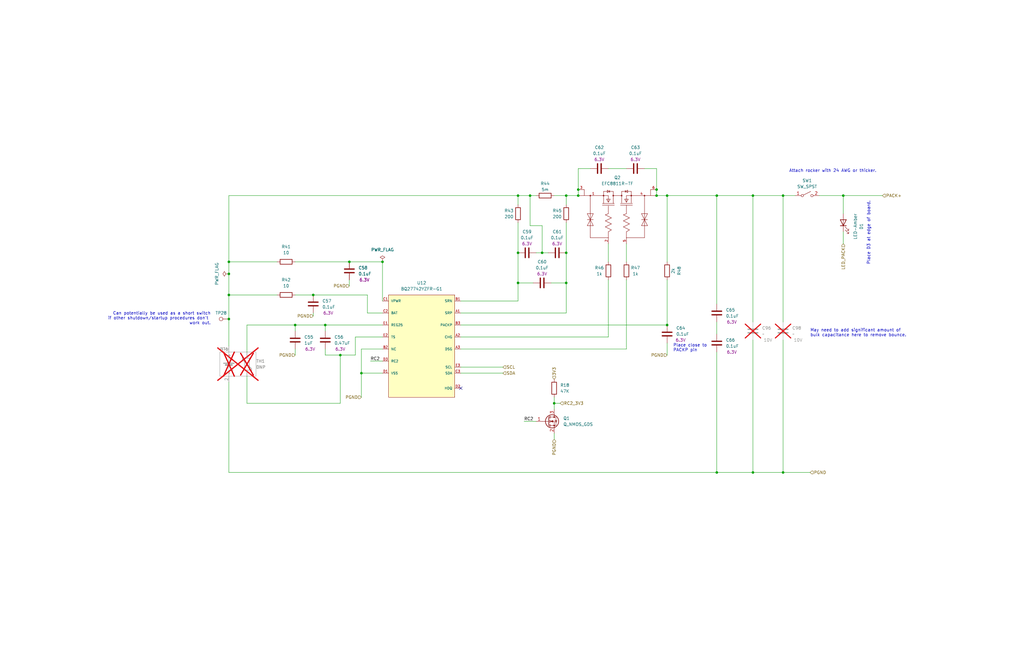
<source format=kicad_sch>
(kicad_sch (version 20230121) (generator eeschema)
  (paper "B")
  (lib_symbols
    (symbol "power:PWR_FLAG" (power) (pin_numbers hide) (pin_names (offset 0) hide)
      (property "Value" "PWR_FLAG" (at 0 3.81 0))
      (symbol "PWR_FLAG_0_0"
        (pin power_out line (at 0 0 90) (length 0) (name "pwr") (number "1"))
      )
      (symbol "PWR_FLAG_0_1"
        (polyline (pts (xy 0 0) (xy 0 1.27) (xy -1.016 1.905) (xy 0 2.54) (xy 1.016 1.905) (xy 0 1.27)))
      )
    )
    (symbol "robot:BQ27742YZFR-G1" (pin_names (offset 1.016))
      (property "Reference" "U" (at 0 5.08 0))
      (property "Value" "BQ27742YZFR-G1" (at 0 7.62 0))
      (symbol "BQ27742YZFR-G1_1_1"
        (rectangle (start 5.08 2.54) (end 33.02 -40.64) (fill (type background)))
        (pin passive line (at 35.56 -5.08 180) (length 2.54) (name "SRP") (number "A1"))
        (pin passive line (at 35.56 -15.24 180) (length 2.54) (name "CHG") (number "A2"))
        (pin passive line (at 35.56 -20.32 180) (length 2.54) (name "DSG") (number "A3"))
        (pin passive line (at 35.56 0 180) (length 2.54) (name "SRN") (number "B1"))
        (pin passive line (at 2.54 -20.32 0) (length 2.54) (name "NC") (number "B2"))
        (pin passive line (at 35.56 -10.16 180) (length 2.54) (name "PACKP") (number "B3"))
        (pin power_in line (at 2.54 0 0) (length 2.54) (name "VPWR") (number "C1"))
        (pin passive line (at 2.54 -5.08 0) (length 2.54) (name "BAT") (number "C2"))
        (pin bidirectional line (at 35.56 -30.48 180) (length 2.54) (name "SDA") (number "C3"))
        (pin power_in line (at 2.54 -30.48 0) (length 2.54) (name "VSS") (number "D1"))
        (pin open_collector line (at 35.56 -36.83 180) (length 2.54) (name "HDQ") (number "D2"))
        (pin bidirectional line (at 2.54 -25.4 0) (length 2.54) (name "RC2") (number "D3"))
        (pin passive line (at 2.54 -10.16 0) (length 2.54) (name "REG25") (number "E1"))
        (pin passive line (at 2.54 -15.24 0) (length 2.54) (name "TS") (number "E2"))
        (pin input line (at 35.56 -27.94 180) (length 2.54) (name "SCL") (number "E3"))
      )
    )
    (symbol "robot:BatteryHolder_26650"
      (property "Reference" "U" (at -7.62 6.35 0))
      (symbol "BatteryHolder_26650_0_1"
        (rectangle (start -7.62 5.08) (end 7.62 -5.08))
      )
      (symbol "BatteryHolder_26650_1_1"
        (pin passive line (at -3.81 7.62 270) (length 2.54) (name "+") (number "1"))
        (pin passive line (at -3.81 -7.62 90) (length 2.54) (name "-") (number "2"))
      )
    )
    (symbol "robot:Battery_Cell_NoContacts" (pin_numbers hide) (pin_names (offset 0) hide)
      (symbol "Battery_Cell_NoContacts_0_1"
        (rectangle (start -2.286 1.778) (end 2.286 1.524) (fill (type outline)))
        (rectangle (start -1.5748 1.1938) (end 1.4732 0.6858) (fill (type outline)))
        (polyline (pts (xy 0 0) (xy 0 -3.81)))
        (polyline (pts (xy 0 0.762) (xy 0 0)))
        (polyline (pts (xy 0 1.778) (xy 0 2.54)))
        (polyline (pts (xy 0 2.54) (xy 0 6.35)))
        (polyline (pts (xy 0.508 3.429) (xy 1.524 3.429)) (stroke (width 0.254)))
        (polyline (pts (xy 0.635 -1.27) (xy 1.905 -1.27)))
        (polyline (pts (xy 1.016 3.937) (xy 1.016 2.921)) (stroke (width 0.254)))
      )
    )
    (symbol "robot:C" (pin_numbers hide) (pin_names (offset 0.254))
      (property "Reference" "C" (at 0.635 2.54 0))
      (property "Value" "C" (at 0.635 -2.54 0))
      (symbol "C_0_1"
        (polyline (pts (xy -2.032 -0.762) (xy 2.032 -0.762)) (stroke (width 0.508)))
        (polyline (pts (xy -2.032 0.762) (xy 2.032 0.762)) (stroke (width 0.508)))
      )
      (symbol "C_1_1"
        (pin passive line (at 0 3.81 270) (length 2.794) (name "~") (number "1"))
        (pin passive line (at 0 -3.81 90) (length 2.794) (name "~") (number "2"))
      )
    )
    (symbol "robot:EFC8811R-TF" (pin_names (offset 1.016))
      (property "Reference" "Q" (at 0 15.24 0))
      (property "Value" "EFC8811R-TF" (at 0 17.78 0))
      (symbol "EFC8811R-TF_1_1"
        (polyline (pts (xy 5.08 -15.24) (xy 22.86 -15.24)))
        (polyline (pts (xy 5.08 -7.62) (xy 5.08 -15.24)))
        (polyline (pts (xy 5.08 0) (xy 5.08 7.62)))
        (polyline (pts (xy 5.08 7.62) (xy 22.86 7.62)))
        (polyline (pts (xy 7.62 -7.62) (xy 5.08 -7.62)))
        (polyline (pts (xy 7.62 -7.62) (xy 8.382 -6.35)))
        (polyline (pts (xy 7.62 0) (xy 5.08 0)))
        (polyline (pts (xy 7.62 0) (xy 8.382 1.27)))
        (polyline (pts (xy 8.382 -6.35) (xy 9.652 -8.89)))
        (polyline (pts (xy 8.382 1.27) (xy 9.652 -1.27)))
        (polyline (pts (xy 9.652 -8.89) (xy 10.922 -6.35)))
        (polyline (pts (xy 9.652 -1.27) (xy 10.922 1.27)))
        (polyline (pts (xy 10.16 -16.51) (xy 12.7 -15.24)))
        (polyline (pts (xy 10.16 -13.97) (xy 10.16 -16.51)))
        (polyline (pts (xy 10.16 6.35) (xy 12.7 7.62)))
        (polyline (pts (xy 10.16 8.89) (xy 10.16 6.35)))
        (polyline (pts (xy 10.16 8.89) (xy 12.7 7.62)))
        (polyline (pts (xy 10.922 -6.35) (xy 12.192 -8.89)))
        (polyline (pts (xy 10.922 1.27) (xy 12.192 -1.27)))
        (polyline (pts (xy 12.192 -8.89) (xy 13.462 -6.35)))
        (polyline (pts (xy 12.192 -1.27) (xy 13.462 1.27)))
        (polyline (pts (xy 12.7 -15.24) (xy 10.16 -13.97)))
        (polyline (pts (xy 12.7 -15.24) (xy 15.24 -13.97)))
        (polyline (pts (xy 12.7 -13.97) (xy 12.7 -16.51)))
        (polyline (pts (xy 12.7 7.62) (xy 15.24 8.89)))
        (polyline (pts (xy 12.7 8.89) (xy 12.7 6.35)))
        (polyline (pts (xy 13.462 -6.35) (xy 14.732 -8.89)))
        (polyline (pts (xy 13.462 1.27) (xy 14.732 -1.27)))
        (polyline (pts (xy 14.732 -8.89) (xy 15.24 -7.62)))
        (polyline (pts (xy 15.24 -16.51) (xy 12.7 -15.24)))
        (polyline (pts (xy 15.24 -13.97) (xy 15.24 -16.51)))
        (polyline (pts (xy 15.24 -7.62) (xy 18.542 -7.62)))
        (polyline (pts (xy 15.24 0) (xy 14.732 -1.27)))
        (polyline (pts (xy 15.24 0) (xy 18.796 0)))
        (polyline (pts (xy 15.24 6.35) (xy 12.7 7.62)))
        (polyline (pts (xy 15.24 8.89) (xy 15.24 6.35)))
        (polyline (pts (xy 18.796 -10.16) (xy 18.796 -5.08)))
        (polyline (pts (xy 18.796 2.54) (xy 18.796 -2.54)))
        (polyline (pts (xy 19.558 -10.16) (xy 19.558 -5.08)))
        (polyline (pts (xy 19.558 -9.652) (xy 22.86 -9.652)))
        (polyline (pts (xy 19.558 -5.588) (xy 22.86 -5.588)))
        (polyline (pts (xy 19.558 2.54) (xy 19.558 -2.54)))
        (polyline (pts (xy 19.812 2.032) (xy 24.638 2.032)))
        (polyline (pts (xy 20.066 -7.62) (xy 21.336 -8.382)))
        (polyline (pts (xy 20.066 -7.62) (xy 21.336 -6.858)))
        (polyline (pts (xy 20.066 0) (xy 21.336 0.762)))
        (polyline (pts (xy 20.066 0) (xy 22.86 0)))
        (polyline (pts (xy 20.32 -7.62) (xy 22.86 -7.62)))
        (polyline (pts (xy 21.336 -6.858) (xy 21.336 -8.382)))
        (polyline (pts (xy 21.336 -0.762) (xy 20.066 0)))
        (polyline (pts (xy 21.336 0.762) (xy 21.336 -0.762)))
        (polyline (pts (xy 22.86 -17.78) (xy 25.4 -17.78)))
        (polyline (pts (xy 22.86 -9.652) (xy 24.638 -9.652)))
        (polyline (pts (xy 22.86 -2.032) (xy 22.86 -5.588)))
        (polyline (pts (xy 22.86 10.16) (xy 25.4 10.16)))
        (polyline (pts (xy 24.13 -8.128) (xy 25.146 -8.128)))
        (polyline (pts (xy 24.13 -0.508) (xy 25.146 -0.508)))
        (polyline (pts (xy 24.13 0.508) (xy 25.146 0.508)))
        (polyline (pts (xy 24.638 -9.652) (xy 24.638 -5.588)))
        (polyline (pts (xy 24.638 -7.112) (xy 24.13 -8.128)))
        (polyline (pts (xy 24.638 -7.112) (xy 24.13 -7.112)))
        (polyline (pts (xy 24.638 -7.112) (xy 25.146 -7.112)))
        (polyline (pts (xy 24.638 -5.588) (xy 22.86 -5.588)))
        (polyline (pts (xy 24.638 -2.032) (xy 19.812 -2.032)))
        (polyline (pts (xy 24.638 -0.508) (xy 24.13 0.508)))
        (polyline (pts (xy 24.638 2.032) (xy 24.638 -2.032)))
        (polyline (pts (xy 25.146 -8.128) (xy 24.638 -7.112)))
        (polyline (pts (xy 25.146 0.508) (xy 24.638 -0.508)))
        (circle (center 22.86 -15.24) (radius 0.254))
        (circle (center 22.86 -9.652) (radius 0.254))
        (circle (center 22.86 -5.588) (radius 0.254))
        (circle (center 22.86 -2.032) (radius 0.254))
        (circle (center 22.86 2.032) (radius 0.254))
        (circle (center 22.86 7.62) (radius 0.254))
        (pin passive line (at 22.86 -20.32 90) (length 12.7) (name "SOURCE1") (number "1"))
        (pin passive line (at 2.54 -7.62 0) (length 2.54) (name "GATE1") (number "2"))
        (pin passive line (at 25.4 -20.32 90) (length 2.54) (name "SOURCE1") (number "3"))
        (pin passive line (at 22.86 12.7 270) (length 12.7) (name "SOURCE2") (number "4"))
        (pin passive line (at 2.54 0 0) (length 2.54) (name "GATE2") (number "5"))
        (pin passive line (at 25.4 12.7 270) (length 2.54) (name "SOURCE2") (number "6"))
      )
    )
    (symbol "robot:LED" (pin_numbers hide) (pin_names (offset 1.016) hide)
      (property "Reference" "D" (at 0 2.54 0))
      (property "Value" "LED" (at 0 -2.54 0))
      (symbol "LED_0_1"
        (polyline (pts (xy -1.27 -1.27) (xy -1.27 1.27)) (stroke (width 0.254)))
        (polyline (pts (xy -1.27 0) (xy 1.27 0)))
        (polyline (pts (xy 1.27 -1.27) (xy 1.27 1.27) (xy -1.27 0) (xy 1.27 -1.27)) (stroke (width 0.254)))
        (polyline (pts (xy -3.048 -0.762) (xy -4.572 -2.286) (xy -3.81 -2.286) (xy -4.572 -2.286) (xy -4.572 -1.524)))
        (polyline (pts (xy -1.778 -0.762) (xy -3.302 -2.286) (xy -2.54 -2.286) (xy -3.302 -2.286) (xy -3.302 -1.524)))
      )
      (symbol "LED_1_1"
        (pin passive line (at -3.81 0 0) (length 2.54) (name "K") (number "1"))
        (pin passive line (at 3.81 0 180) (length 2.54) (name "A") (number "2"))
      )
    )
    (symbol "robot:Q_NMOS_GSD" (pin_names (offset 0) hide)
      (property "Reference" "Q" (at 5.08 1.27 0))
      (property "Value" "Q_NMOS_GSD" (at 5.08 -1.27 0))
      (symbol "Q_NMOS_GSD_0_1"
        (polyline (pts (xy 0.254 0) (xy -2.54 0)))
        (polyline (pts (xy 0.254 1.905) (xy 0.254 -1.905)) (stroke (width 0.254)))
        (polyline (pts (xy 0.762 -1.27) (xy 0.762 -2.286)) (stroke (width 0.254)))
        (polyline (pts (xy 0.762 0.508) (xy 0.762 -0.508)) (stroke (width 0.254)))
        (polyline (pts (xy 0.762 2.286) (xy 0.762 1.27)) (stroke (width 0.254)))
        (polyline (pts (xy 2.54 2.54) (xy 2.54 1.778)))
        (polyline (pts (xy 2.54 -2.54) (xy 2.54 0) (xy 0.762 0)))
        (polyline (pts (xy 0.762 -1.778) (xy 3.302 -1.778) (xy 3.302 1.778) (xy 0.762 1.778)))
        (polyline (pts (xy 1.016 0) (xy 2.032 0.381) (xy 2.032 -0.381) (xy 1.016 0)) (fill (type outline)))
        (polyline (pts (xy 2.794 0.508) (xy 2.921 0.381) (xy 3.683 0.381) (xy 3.81 0.254)))
        (polyline (pts (xy 3.302 0.381) (xy 2.921 -0.254) (xy 3.683 -0.254) (xy 3.302 0.381)))
        (circle (center 1.651 0) (radius 2.794) (stroke (width 0.254)))
        (circle (center 2.54 -1.778) (radius 0.254) (fill (type outline)))
        (circle (center 2.54 1.778) (radius 0.254) (fill (type outline)))
      )
      (symbol "Q_NMOS_GSD_1_1"
        (pin input line (at -5.08 0 0) (length 2.54) (name "G") (number "1"))
        (pin passive line (at 2.54 -5.08 90) (length 2.54) (name "S") (number "2"))
        (pin passive line (at 2.54 5.08 270) (length 2.54) (name "D") (number "3"))
      )
    )
    (symbol "robot:R" (pin_numbers hide) (pin_names (offset 0))
      (property "Reference" "R" (at 2.032 0 90))
      (property "Value" "R" (at 0 0 90))
      (symbol "R_0_1"
        (rectangle (start -1.016 -2.54) (end 1.016 2.54) (stroke (width 0.254)))
      )
      (symbol "R_1_1"
        (pin passive line (at 0 3.81 270) (length 1.27) (name "~") (number "1"))
        (pin passive line (at 0 -3.81 90) (length 1.27) (name "~") (number "2"))
      )
    )
    (symbol "robot:SW_SPST" (pin_names (offset 0) hide)
      (property "Reference" "SW" (at 0 3.175 0))
      (property "Value" "SW_SPST" (at 0 -2.54 0))
      (symbol "SW_SPST_0_0"
        (circle (center -2.032 0) (radius 0.508))
        (polyline (pts (xy -1.524 0.254) (xy 1.524 1.778)))
        (circle (center 2.032 0) (radius 0.508))
      )
      (symbol "SW_SPST_1_1"
        (pin passive line (at -5.08 0 0) (length 2.54) (name "A") (number "1"))
        (pin passive line (at 5.08 0 180) (length 2.54) (name "B") (number "2"))
      )
    )
    (symbol "robot:TestPoint" (pin_numbers hide) (pin_names (offset 0.762) hide)
      (property "Reference" "TP" (at 0 6.858 0))
      (symbol "TestPoint_0_1"
        (circle (center 0 3.302) (radius 0.762))
      )
      (symbol "TestPoint_1_1"
        (pin passive line (at 0 0 90) (length 2.54) (name "1") (number "1"))
      )
    )
    (symbol "robot:Thermistor" (pin_numbers hide) (pin_names (offset 0))
      (property "Reference" "TH" (at 2.54 1.27 90))
      (property "Value" "Thermistor" (at -2.54 0 90))
      (symbol "Thermistor_0_1"
        (rectangle (start -1.016 2.54) (end 1.016 -2.54) (stroke (width 0.2032)))
        (polyline (pts (xy -1.905 3.175) (xy -1.905 1.905) (xy 1.905 -1.905) (xy 1.905 -3.175) (xy 1.905 -3.175)) (stroke (width 0.254)))
      )
      (symbol "Thermistor_1_1"
        (pin passive line (at 0 5.08 270) (length 2.54) (name "~") (number "1"))
        (pin passive line (at 0 -5.08 90) (length 2.54) (name "~") (number "2"))
      )
    )
  )
  (junction (at 218.44 119.38))
  (junction (at 137.16 137.16))
  (junction (at 96.52 110.49))
  (junction (at 243.84 80.01))
  (junction (at 317.5 199.39))
  (junction (at 132.08 124.46))
  (junction (at 233.68 170.18))
  (junction (at 147.32 110.49))
  (junction (at 161.29 110.49))
  (junction (at 302.26 82.55))
  (junction (at 281.305 137.16))
  (junction (at 96.52 134.62))
  (junction (at 330.2 199.39))
  (junction (at 96.52 115.57))
  (junction (at 218.44 82.55))
  (junction (at 223.52 82.55))
  (junction (at 218.44 106.68))
  (junction (at 96.52 124.46))
  (junction (at 276.86 82.55))
  (junction (at 276.86 80.01))
  (junction (at 302.26 199.39))
  (junction (at 238.76 119.38))
  (junction (at 281.305 82.55))
  (junction (at 238.76 106.68))
  (junction (at 238.76 82.55))
  (junction (at 228.6 106.68))
  (junction (at 152.4 157.48))
  (junction (at 124.46 137.16))
  (junction (at 355.6 82.55))
  (junction (at 330.2 82.55))
  (junction (at 243.84 82.55))
  (junction (at 143.51 149.86))
  (junction (at 317.5 82.55))
  (no_connect (at 194.31 163.83))
  (wire (pts (xy 152.4 147.32) (xy 161.29 147.32)))
  (wire (pts (xy 302.26 148.59) (xy 302.26 199.39)))
  (wire (pts (xy 302.26 199.39) (xy 317.5 199.39)))
  (wire (pts (xy 218.44 93.98) (xy 218.44 106.68)))
  (wire (pts (xy 124.46 137.16) (xy 124.46 139.7)))
  (wire (pts (xy 302.26 135.89) (xy 302.26 140.97)))
  (wire (pts (xy 132.08 133.35) (xy 132.08 132.08)))
  (wire (pts (xy 243.84 82.55) (xy 243.84 80.01)))
  (wire (pts (xy 281.305 118.11) (xy 281.305 137.16)))
  (wire (pts (xy 276.86 82.55) (xy 281.305 82.55)))
  (wire (pts (xy 124.46 124.46) (xy 132.08 124.46)))
  (wire (pts (xy 96.52 161.29) (xy 96.52 199.39)))
  (wire (pts (xy 218.44 82.55) (xy 223.52 82.55)))
  (wire (pts (xy 194.31 142.24) (xy 256.54 142.24)))
  (wire (pts (xy 149.86 142.24) (xy 161.29 142.24)))
  (wire (pts (xy 124.46 149.86) (xy 124.46 147.32)))
  (wire (pts (xy 218.44 106.68) (xy 218.44 119.38)))
  (wire (pts (xy 218.44 86.36) (xy 218.44 82.55)))
  (wire (pts (xy 104.14 170.18) (xy 143.51 170.18)))
  (wire (pts (xy 96.52 134.62) (xy 96.52 146.05)))
  (wire (pts (xy 233.68 170.18) (xy 236.22 170.18)))
  (wire (pts (xy 281.305 82.55) (xy 281.305 110.49)))
  (wire (pts (xy 104.14 148.59) (xy 104.14 137.16)))
  (wire (pts (xy 143.51 170.18) (xy 143.51 149.86)))
  (wire (pts (xy 223.52 95.25) (xy 228.6 95.25)))
  (wire (pts (xy 330.2 199.39) (xy 341.63 199.39)))
  (wire (pts (xy 256.54 71.12) (xy 264.16 71.12)))
  (wire (pts (xy 137.16 147.32) (xy 137.16 149.86)))
  (wire (pts (xy 152.4 157.48) (xy 152.4 167.64)))
  (wire (pts (xy 330.2 143.51) (xy 330.2 199.39)))
  (wire (pts (xy 218.44 82.55) (xy 96.52 82.55)))
  (wire (pts (xy 238.76 82.55) (xy 243.84 82.55)))
  (wire (pts (xy 228.6 106.68) (xy 231.14 106.68)))
  (wire (pts (xy 137.16 137.16) (xy 161.29 137.16)))
  (wire (pts (xy 96.52 124.46) (xy 116.84 124.46)))
  (wire (pts (xy 238.76 132.08) (xy 194.31 132.08)))
  (wire (pts (xy 218.44 127) (xy 194.31 127)))
  (wire (pts (xy 194.31 137.16) (xy 281.305 137.16)))
  (wire (pts (xy 317.5 82.55) (xy 330.2 82.55)))
  (wire (pts (xy 143.51 149.86) (xy 149.86 149.86)))
  (wire (pts (xy 302.26 82.55) (xy 317.5 82.55)))
  (wire (pts (xy 243.84 71.12) (xy 248.92 71.12)))
  (wire (pts (xy 238.76 106.68) (xy 238.76 119.38)))
  (wire (pts (xy 194.31 154.94) (xy 212.09 154.94)))
  (wire (pts (xy 152.4 157.48) (xy 161.29 157.48)))
  (wire (pts (xy 96.52 124.46) (xy 96.52 134.62)))
  (wire (pts (xy 233.68 167.64) (xy 233.68 170.18)))
  (wire (pts (xy 264.16 102.87) (xy 264.16 110.49)))
  (wire (pts (xy 317.5 143.51) (xy 317.5 199.39)))
  (wire (pts (xy 281.305 144.78) (xy 281.305 149.86)))
  (wire (pts (xy 161.29 127) (xy 161.29 110.49)))
  (wire (pts (xy 147.32 110.49) (xy 124.46 110.49)))
  (wire (pts (xy 147.32 120.65) (xy 147.32 118.11)))
  (wire (pts (xy 355.6 82.55) (xy 372.11 82.55)))
  (wire (pts (xy 96.52 82.55) (xy 96.52 110.49)))
  (wire (pts (xy 124.46 137.16) (xy 137.16 137.16)))
  (wire (pts (xy 317.5 199.39) (xy 330.2 199.39)))
  (wire (pts (xy 276.86 80.01) (xy 276.86 82.55)))
  (wire (pts (xy 161.29 132.08) (xy 154.94 132.08)))
  (wire (pts (xy 238.76 93.98) (xy 238.76 106.68)))
  (wire (pts (xy 302.26 82.55) (xy 302.26 128.27)))
  (wire (pts (xy 238.76 82.55) (xy 238.76 86.36)))
  (wire (pts (xy 154.94 132.08) (xy 154.94 124.46)))
  (wire (pts (xy 330.2 82.55) (xy 335.28 82.55)))
  (wire (pts (xy 232.41 119.38) (xy 238.76 119.38)))
  (wire (pts (xy 256.54 102.87) (xy 256.54 110.49)))
  (wire (pts (xy 228.6 95.25) (xy 228.6 106.68)))
  (wire (pts (xy 264.16 118.11) (xy 264.16 147.32)))
  (wire (pts (xy 137.16 139.7) (xy 137.16 137.16)))
  (wire (pts (xy 96.52 110.49) (xy 96.52 115.57)))
  (wire (pts (xy 271.78 71.12) (xy 276.86 71.12)))
  (wire (pts (xy 149.86 149.86) (xy 149.86 142.24)))
  (wire (pts (xy 233.68 185.42) (xy 233.68 182.88)))
  (wire (pts (xy 104.14 137.16) (xy 124.46 137.16)))
  (wire (pts (xy 317.5 82.55) (xy 317.5 135.89)))
  (wire (pts (xy 264.16 147.32) (xy 194.31 147.32)))
  (wire (pts (xy 104.14 158.75) (xy 104.14 170.18)))
  (wire (pts (xy 281.305 82.55) (xy 302.26 82.55)))
  (wire (pts (xy 96.52 115.57) (xy 96.52 124.46)))
  (wire (pts (xy 152.4 147.32) (xy 152.4 157.48)))
  (wire (pts (xy 233.68 82.55) (xy 238.76 82.55)))
  (wire (pts (xy 238.76 119.38) (xy 238.76 132.08)))
  (wire (pts (xy 220.98 177.8) (xy 226.06 177.8)))
  (wire (pts (xy 355.6 97.79) (xy 355.6 102.87)))
  (wire (pts (xy 218.44 119.38) (xy 224.79 119.38)))
  (wire (pts (xy 330.2 82.55) (xy 330.2 135.89)))
  (wire (pts (xy 194.31 157.48) (xy 212.09 157.48)))
  (wire (pts (xy 96.52 199.39) (xy 302.26 199.39)))
  (wire (pts (xy 154.94 124.46) (xy 132.08 124.46)))
  (wire (pts (xy 223.52 82.55) (xy 226.06 82.55)))
  (wire (pts (xy 226.06 106.68) (xy 228.6 106.68)))
  (wire (pts (xy 276.86 71.12) (xy 276.86 80.01)))
  (wire (pts (xy 218.44 119.38) (xy 218.44 127)))
  (wire (pts (xy 355.6 90.17) (xy 355.6 82.55)))
  (wire (pts (xy 243.84 80.01) (xy 243.84 71.12)))
  (wire (pts (xy 345.44 82.55) (xy 355.6 82.55)))
  (wire (pts (xy 256.54 142.24) (xy 256.54 118.11)))
  (wire (pts (xy 116.84 110.49) (xy 96.52 110.49)))
  (wire (pts (xy 161.29 110.49) (xy 147.32 110.49)))
  (wire (pts (xy 137.16 149.86) (xy 143.51 149.86)))
  (wire (pts (xy 223.52 82.55) (xy 223.52 95.25)))
  (wire (pts (xy 156.21 152.4) (xy 161.29 152.4)))
  (wire (pts (xy 233.68 170.18) (xy 233.68 172.72)))
  (text "Can potentially be used as a short switch\nif other shutdown/startup procedures don't \nwork out." (at 88.9 137.16 0) (effects (font (size 1.27 1.27)) (justify right bottom)))
  (text "Attach rocker with 24 AWG or thicker.\n " (at 332.74 74.93 0) (effects (font (size 1.27 1.27)) (justify left bottom)))
  (text "May need to add significant amount of \nbulk capacitance here to remove bounce." (at 341.63 142.24 0) (effects (font (size 1.27 1.27)) (justify left bottom)))
  (text "Place D3 at edge of board. \n" (at 367.03 111.76 90) (effects (font (size 1.27 1.27)) (justify left bottom)))
  (text "Place close to \nPACKP pin" (at 283.845 148.59 0) (effects (font (size 1.27 1.27)) (justify left bottom)))
  (label "RC2" (at 156.21 152.4 0))
  (label "RC2" (at 220.98 177.8 0))
  (hierarchical_label "SCL" (shape input) (at 212.09 154.94 0))
  (hierarchical_label "LED_PACK" (shape input) (at 355.6 102.87 270))
  (hierarchical_label "PGND" (shape input) (at 132.08 133.35 180))
  (hierarchical_label "SDA" (shape input) (at 212.09 157.48 0))
  (hierarchical_label "PGND" (shape input) (at 341.63 199.39 0))
  (hierarchical_label "PGND" (shape input) (at 233.68 185.42 270))
  (hierarchical_label "RC2_3V3" (shape input) (at 236.22 170.18 0))
  (hierarchical_label "3V3" (shape input) (at 233.68 160.02 90))
  (hierarchical_label "PGND" (shape input) (at 147.32 120.65 180))
  (hierarchical_label "PACK+" (shape input) (at 372.11 82.55 0))
  (hierarchical_label "PGND" (shape input) (at 281.305 149.86 180))
  (hierarchical_label "PGND" (shape input) (at 124.46 149.86 180))
  (hierarchical_label "PGND" (shape input) (at 152.4 167.64 180))
  (symbol (lib_id "robot:C") (at 281.305 140.97 0) (unit 1)
    (property "Reference" "C64" (at 285.115 138.43 0) (effects (justify left)))
    (property "Value" "0.1uF" (at 285.115 140.97 0) (effects (justify left)))
    (property "Footprint" "robot:C_0402_1005Metric" (effects hide))
    (property "Description" "6.3V" (at 287.02 143.5101 0))
    (property "Manufacturer" "Samsung" (effects hide))
    (property "Part Number" "CL05A104KA5NNNC" (effects hide))
  )
  (symbol (lib_id "robot:Battery_Cell_NoContacts") (at 96.52 154.94 0) (unit 1) (dnp yes)
    (property "Reference" "BT2" (effects hide))
    (property "Value" "DNP" (effects hide))
    (property "Footprint" "robot:battery26650" (effects hide))
    (property "Manufacturer" "Suprise Collection" (effects hide))
    (property "Website" "https://item.rakuten.co.jp/surprise-collection/26650s/" (effects hide))
    (property "Price" "1380" (effects hide))
    (property "Part Number" "26650-5000-1" (effects hide))
    (property "Description" "Battery_Cell_NoContacts" (effects hide))
  )
  (symbol (lib_id "robot:C") (at 267.97 71.12 90) (unit 1)
    (property "Reference" "C63" (at 267.97 62.23 90))
    (property "Value" "0.1uF" (at 267.97 64.77 90))
    (property "Footprint" "robot:C_0402_1005Metric" (effects hide))
    (property "Description" "6.3V" (at 267.97 67.31 90))
    (property "Manufacturer" "Samsung" (effects hide))
    (property "Part Number" "CL05A104KA5NNNC" (effects hide))
  )
  (symbol (lib_id "robot:EFC8811R-TF") (at 264.16 105.41 270) (mirror x) (unit 1)
    (property "Reference" "Q2" (at 260.35 74.93 90))
    (property "Value" "EFC8811R-TF" (at 260.35 77.47 90))
    (property "Footprint" "robot:ON_Semiconductor-568AL-10_2013-O-MFG" (effects hide))
    (property "Datasheet" "https://www.onsemi.com/pub/Collateral/EFC8811R-D.PDF" (effects hide))
    (property "automotive" "No" (effects hide))
    (property "category" "Trans" (effects hide))
    (property "depletion mode" "False" (effects hide))
    (property "device class L1" "Discrete Semiconductors" (effects hide))
    (property "device class L2" "Transistors" (effects hide))
    (property "device class L3" "MOSFETs" (effects hide))
    (property "digikey description" "MOSFET 2N-CH 6CSP" (effects hide))
    (property "digikey part number" "EFC8811R-TFOSCT-ND" (effects hide))
    (property "footprint url" "https://www.onsemi.com/pub/Collateral/568AL.PDF" (effects hide))
    (property "gate charge at vgs" "100nC @ 4.5V" (effects hide))
    (property "gate to source voltage" "8V" (effects hide))
    (property "height" "0.22mm" (effects hide))
    (property "lead free" "Yes" (effects hide))
    (property "library id" "77a40d9bb4a63548" (effects hide))
    (property "max junction temp" "+150°C" (effects hide))
    (property "mouser description" "MOSFET NCH+NCH 2.5V DRIVE S" (effects hide))
    (property "mouser part number" "863-EFC8811R-TF" (effects hide))
    (property "number of N channels" "2" (effects hide))
    (property "number of channels" "2" (effects hide))
    (property "package" "CSP6" (effects hide))
    (property "power dissipation" "2.5W" (effects hide))
    (property "rohs" "Yes" (effects hide))
    (property "rthja max" "50°C/W" (effects hide))
    (property "temperature range high" "+150°C" (effects hide))
    (property "threshold vgs max" "1.3V" (effects hide))
    (property "threshold vgs min" "0.5V" (effects hide))
    (property "transconductance" "19S" (effects hide))
    (property "turn off delay time" "38000ns" (effects hide))
    (property "turn on delay time" "80ns" (effects hide))
    (property "Part Number" "EFC8811R-TF" (effects hide))
    (property "Stock" "25" (effects hide))
    (property "Manufacturer" "ON Semiconductor" (effects hide))
  )
  (symbol (lib_id "robot:Q_NMOS_GSD") (at 231.14 177.8 0) (unit 1)
    (property "Reference" "Q1" (at 237.49 176.5299 0) (effects (justify left)))
    (property "Value" "Q_NMOS_GDS" (at 237.49 179.0699 0) (effects (justify left)))
    (property "Footprint" "robot:SOT-23" (effects hide))
    (property "Description" "Flag at ~ 1.8V so ensure to choose V_GS < 1.8V. " (effects hide))
    (property "Part Number" "BSS138" (effects hide))
    (property "Manufacturer" "ANBON SEMICONDUCTOR (INT'L) LIMITED" (effects hide))
    (instances (project "robot" (path "" (reference "Q1") (unit 1)) (path "" (reference "Q7") (unit 1))))
  )
  (symbol (lib_id "robot:C") (at 302.26 132.08 0) (unit 1)
    (property "Reference" "C65" (at 306.07 130.8099 0) (effects (justify left)))
    (property "Value" "0.1uF" (at 306.07 133.3499 0) (effects (justify left)))
    (property "Footprint" "robot:C_0402_1005Metric" (effects hide))
    (property "Description" "6.3V" (at 308.61 135.89 0))
    (property "Manufacturer" "Samsung" (effects hide))
    (property "Part Number" "CL05A104KA5NNNC" (effects hide))
  )
  (symbol (lib_id "robot:C") (at 222.25 106.68 90) (unit 1)
    (property "Reference" "C59" (at 222.25 97.79 90))
    (property "Value" "0.1uF" (at 222.25 100.33 90))
    (property "Footprint" "robot:C_0402_1005Metric" (effects hide))
    (property "Description" "6.3V" (at 222.25 102.87 90))
    (property "Manufacturer" "Samsung" (effects hide))
    (property "Part Number" "CL05A104KA5NNNC" (effects hide))
  )
  (symbol (lib_id "robot:C") (at 124.46 143.51 0) (unit 1)
    (property "Reference" "C55" (at 128.27 142.2399 0) (effects (justify left)))
    (property "Value" "1uF" (at 128.27 144.7799 0) (effects (justify left)))
    (property "Footprint" "robot:C_0402_1005Metric" (effects hide))
    (property "Description" "6.3V" (at 130.81 147.32 0))
    (property "Manufacturer" "Murata" (effects hide))
    (property "Part Number" "GRM155R61E105KA12D" (effects hide))
  )
  (symbol (lib_id "robot:R") (at 229.87 82.55 270) (unit 1)
    (property "Reference" "R44" (at 229.87 77.47 90))
    (property "Value" "5m" (at 229.87 80.01 90))
    (property "Footprint" "robot:R_0805_2012Metric" (effects hide))
    (property "Description" "1/2W" (effects hide))
    (property "Manufacturer" "Yageo" (effects hide))
    (property "Part Number" "PA0805FRF470R005L" (effects hide))
  )
  (symbol (lib_id "robot:BQ27742YZFR-G1") (at 158.75 127 0) (unit 1)
    (property "Reference" "U12" (at 177.8 119.38 0))
    (property "Value" "BQ27742YZFR-G1" (at 177.8 121.92 0))
    (property "Footprint" "robot:Texas_Instruments-YZF0015-0-0-MFG" (effects hide))
    (property "Datasheet" "https://www.ti.com/lit/ds/symlink/bq27742-g1.pdf?ts=1611584050250&ref_url=https%253A%252F%252Fwww.google.com%252F" (effects hide))
    (property "ambient temperature range high" "+85°C" (effects hide))
    (property "ambient temperature range low" "-40°C" (effects hide))
    (property "automotive" "No" (effects hide))
    (property "category" "IC" (effects hide))
    (property "category 56439b4967f48d84" "Power Management" (effects hide))
    (property "category 64d9a9d3556bbf1e" "Battery Management" (effects hide))
    (property "category 9e07530daf1645c0" "Semiconductors and Actives" (effects hide))
    (property "device class L1" "Integrated Circuits (ICs)" (effects hide))
    (property "device class L2" "Power Management ICs" (effects hide))
    (property "device class L3" "Battery Management" (effects hide))
    (property "digikey description" "IC BATT FUEL GAUGE LI-ION 15-DSB" (effects hide))
    (property "digikey part number" "296-37912-1-ND" (effects hide))
    (property "height" "0.625mm" (effects hide))
    (property "ipc land pattern name" "BGA15N50P3X5_277X195X62" (effects hide))
    (property "lead free" "Yes" (effects hide))
    (property "library id" "b3c4b7c8ba437301" (effects hide))
    (property "max supply voltage" "5V" (effects hide))
    (property "min supply voltage" "2.45V" (effects hide))
    (property "mouser description" "Battery Management SGL Cell Li-Ion Battery Fuel Gauge" (effects hide))
    (property "mouser part number" "595-BQ27742YZFR-G1" (effects hide))
    (property "nominal supply current" "167uA" (effects hide))
    (property "num pins" "2" (effects hide))
    (property "number of cells" "1" (effects hide))
    (property "number of outputs" "1" (effects hide))
    (property "octopart part number" "7e8bb59296b2a14c" (effects hide))
    (property "package" "DSBGA15" (effects hide))
    (property "rohs" "Yes" (effects hide))
    (property "standoff height" "0.15mm" (effects hide))
    (property "temperature range high" "+85°C" (effects hide))
    (property "temperature range low" "-40°C" (effects hide))
    (property "Part Number" "BQ27742YZFR-G1" (effects hide))
    (property "Stock" "25" (effects hide))
    (property "Manufacturer" "Texas Instruments" (effects hide))
  )
  (symbol (lib_id "robot:C") (at 234.95 106.68 90) (unit 1)
    (property "Reference" "C61" (at 234.95 97.79 90))
    (property "Value" "0.1uF" (at 234.95 100.33 90))
    (property "Footprint" "robot:C_0402_1005Metric" (effects hide))
    (property "Description" "6.3V" (at 234.95 102.87 90))
    (property "Manufacturer" "Samsung" (effects hide))
    (property "Part Number" "CL05A104KA5NNNC" (effects hide))
  )
  (symbol (lib_id "robot:C") (at 252.73 71.12 90) (unit 1)
    (property "Reference" "C62" (at 252.73 62.23 90))
    (property "Value" "0.1uF" (at 252.73 64.77 90))
    (property "Footprint" "robot:C_0402_1005Metric" (effects hide))
    (property "Description" "6.3V" (at 252.73 67.31 90))
    (property "Manufacturer" "Samsung" (effects hide))
    (property "Part Number" "CL05A104KA5NNNC" (effects hide))
  )
  (symbol (lib_id "robot:Thermistor") (at 104.14 153.67 0) (unit 1) (dnp yes)
    (property "Reference" "TH1" (at 107.95 152.3999 0) (effects (justify left)))
    (property "Value" "DNP" (at 107.95 154.9399 0) (effects (justify left)))
    (property "Footprint" "robot:battery26650_thermistor" (effects hide))
    (property "Manufacturer" "Semitec" (effects hide))
    (property "Part Number" "103AT-5-1P-FT" (effects hide))
    (property "Description" "Thermistor" (effects hide))
  )
  (symbol (lib_id "robot:C") (at 147.32 114.3 0) (unit 1)
    (property "Reference" "C58" (at 151.13 113.0299 0) (effects (justify left)))
    (property "Value" "0.1uF" (at 151.13 115.5699 0) (effects (justify left)))
    (property "Footprint" "robot:C_0402_1005Metric" (effects hide))
    (property "Description" "6.3V" (at 153.67 118.11 0))
    (property "Manufacturer" "Samsung" (effects hide))
    (property "Part Number" "CL05A104KA5NNNC" (effects hide))
  )
  (symbol (lib_id "robot:C") (at 302.26 144.78 0) (unit 1)
    (property "Reference" "C66" (at 306.07 143.5099 0) (effects (justify left)))
    (property "Value" "0.1uF" (at 306.07 146.0499 0) (effects (justify left)))
    (property "Footprint" "robot:C_0402_1005Metric" (effects hide))
    (property "Description" "6.3V" (at 308.61 148.59 0))
    (property "Manufacturer" "Samsung" (effects hide))
    (property "Part Number" "CL05A104KA5NNNC" (effects hide))
  )
  (symbol (lib_id "robot:BatteryHolder_26650") (at 100.33 153.67 0) (unit 1) (dnp yes)
    (property "Reference" "BT1" (at 92.71 147.32 0) (effects (justify left)))
    (property "Value" "DNP" (effects hide))
    (property "Footprint" "robot:battery26650_holderOnly" (effects hide))
    (property "Manufacturer" "Uxcell" (effects hide))
    (property "Website" "https://item.rakuten.co.jp/sotenco/a15042300ux0145/" (effects hide))
    (property "Price" "266.67" (effects hide))
    (property "Part Number" "a15042300ux0145" (effects hide))
    (property "Description" "BatteryHolder_26650" (effects hide))
  )
  (symbol (lib_id "robot:TestPoint") (at 96.52 134.62 90) (unit 1)
    (property "Reference" "TP28" (at 93.218 132.08 90))
    (property "Value" "TestPoint" (effects hide))
    (property "Footprint" "robot:THT_JumperLead" (effects hide))
    (property "Notes" "This is for attaching a wire to a shorting button for reseting the protection circuit. Place close to R11 battery terminals. " (effects hide))
  )
  (symbol (lib_id "robot:C") (at 132.08 128.27 0) (unit 1)
    (property "Reference" "C57" (at 135.89 126.9999 0) (effects (justify left)))
    (property "Value" "0.1uF" (at 135.89 129.5399 0) (effects (justify left)))
    (property "Footprint" "robot:C_0402_1005Metric" (effects hide))
    (property "Description" "6.3V" (at 138.43 132.08 0))
    (property "Manufacturer" "Samsung" (effects hide))
    (property "Part Number" "CL05A104KA5NNNC" (effects hide))
  )
  (symbol (lib_id "robot:C") (at 317.5 139.7 0) (unit 1) (dnp yes)
    (property "Reference" "C96" (at 321.31 138.4299 0) (effects (justify left)))
    (property "Value" "~" (at 321.31 140.9699 0) (effects (justify left)))
    (property "Footprint" "robot:C_0805_2012Metric" (effects hide))
    (property "Description" "10V" (at 323.85 143.51 0))
  )
  (symbol (lib_id "robot:SW_SPST") (at 340.36 82.55 0) (unit 1)
    (property "Reference" "SW1" (at 340.36 76.2 0))
    (property "Value" "SW_SPST" (at 340.36 78.74 0))
    (property "Footprint" "robot:TE_1-1123723-2" (effects hide))
    (property "Datasheet" "https://www.te.com/commerce/DocumentDelivery/DDEController?Action=srchrtrv&DocNm=411-5899&DocType=SS&DocLang=Japanese" (effects hide))
    (property "Manufacturer" "TE Connectivity AMP Connectors" (effects hide))
    (property "Part Number" "1-1123723-2" (effects hide))
  )
  (symbol (lib_id "robot:R") (at 120.65 110.49 90) (unit 1)
    (property "Reference" "R41" (at 120.65 104.14 90))
    (property "Value" "10" (at 120.65 106.68 90))
    (property "Footprint" "robot:R_0402_1005Metric" (effects hide))
    (property "Description" "Max Current 167 uA.  1/16W ok" (effects hide))
    (property "Manufacturer" "Yageo" (effects hide))
    (property "Part Number" "RC0402FR-1310RL" (effects hide))
  )
  (symbol (lib_id "robot:C") (at 228.6 119.38 90) (unit 1)
    (property "Reference" "C60" (at 228.6 110.49 90))
    (property "Value" "0.1uF" (at 228.6 113.03 90))
    (property "Footprint" "robot:C_0402_1005Metric" (effects hide))
    (property "Description" "6.3V" (at 228.6 115.57 90))
    (property "Manufacturer" "Samsung" (effects hide))
    (property "Part Number" "CL05A104KA5NNNC" (effects hide))
  )
  (symbol (lib_id "robot:LED") (at 355.6 93.98 90) (unit 1)
    (property "Reference" "D1" (at 363.22 95.5675 0))
    (property "Value" "LED-Amber" (at 360.68 95.5675 0))
    (property "Footprint" "robot:B12H1UYG-20D000134U1930" (effects hide))
    (property "Datasheet" "https://media.digikey.com/pdf/Data%20Sheets/Harvatek%20PDFs/B12H1UY--20D000134U1930.pdf" (effects hide))
    (property "Part Number" "B12H1UY--20D000134U1930" (effects hide))
    (property "Description" "LED for mounting through body to indicate POWER ON. Place near edge of board." (effects hide))
    (property "Manufacturer" "Harvatek Corporation" (effects hide))
    (instances (project "robot" (path "" (reference "D1") (unit 1)) (path "" (reference "D3") (unit 1)) (path "" (reference "D3") (unit 1))))
  )
  (symbol (lib_id "power:PWR_FLAG") (at 96.52 115.57 90) (unit 1)
    (property "Reference" "#FLG013" (effects hide))
    (property "Value" "PWR_FLAG" (at 91.44 115.57 0))
    (instances (project "robot" (path "" (reference "#FLG013") (unit 1)) (path "" (reference "#FLG04") (unit 1)) (path "" (reference "#FLG013") (unit 1))))
  )
  (symbol (lib_id "robot:R") (at 264.16 114.3 0) (unit 1)
    (property "Reference" "R47" (at 267.97 113.03 0))
    (property "Value" "1k" (at 267.97 115.57 0))
    (property "Footprint" "robot:R_0402_1005Metric" (effects hide))
    (property "Manufacturer" "Walsin Technologies" (effects hide))
    (property "Part Number" "WR04X102 JTL" (effects hide))
  )
  (symbol (lib_id "robot:R") (at 218.44 90.17 180) (unit 1)
    (property "Reference" "R43" (at 214.63 88.9 0))
    (property "Value" "200" (at 214.63 91.44 0))
    (property "Footprint" "robot:R_0603_1608Metric" (effects hide))
    (property "Datasheet" "https://industrial.panasonic.com/cdbs/www-data/pdf/RDO0000/AOA0000C331.pdf" (effects hide))
    (property "Manufacturer" "Panasonic Electronic Components" (effects hide))
    (property "Part Number" "ERJ-PA3F2000V" (effects hide))
  )
  (symbol (lib_id "robot:C") (at 330.2 139.7 0) (unit 1) (dnp yes)
    (property "Reference" "C98" (at 334.01 138.4299 0) (effects (justify left)))
    (property "Value" "~" (at 334.01 140.9699 0) (effects (justify left)))
    (property "Footprint" "robot:C_0805_2012Metric" (effects hide))
    (property "Description" "10V" (at 336.55 143.51 0))
  )
  (symbol (lib_id "robot:R") (at 233.68 163.83 0) (unit 1)
    (property "Reference" "R18" (at 236.22 162.5599 0) (effects (justify left)))
    (property "Value" "47K" (at 236.22 165.0999 0) (effects (justify left)))
    (property "Footprint" "robot:R_0603_1608Metric" (effects hide))
    (property "Manufacturer" "Stackpole Electronics" (effects hide))
    (property "Part Number" "RMCF0603JT47K0" (effects hide))
    (instances (project "robot" (path "" (reference "R18") (unit 1)) (path "" (reference "R8") (unit 1))))
  )
  (symbol (lib_id "robot:R") (at 281.305 114.3 0) (unit 1)
    (property "Reference" "R48" (at 286.385 114.3 90))
    (property "Value" "2k" (at 283.845 114.3 90))
    (property "Footprint" "robot:R_0603_1608Metric" (effects hide))
    (property "Manufacturer" "Stackpole Electronics" (effects hide))
    (property "Part Number" "RMCF0603FT2K00" (effects hide))
  )
  (symbol (lib_id "robot:R") (at 256.54 114.3 0) (unit 1)
    (property "Reference" "R46" (at 252.73 113.03 0))
    (property "Value" "1k" (at 252.73 115.57 0))
    (property "Footprint" "robot:R_0402_1005Metric" (effects hide))
    (property "Manufacturer" "Walsin Technologies" (effects hide))
    (property "Part Number" "WR04X102 JTL" (effects hide))
  )
  (symbol (lib_id "robot:C") (at 137.16 143.51 0) (unit 1)
    (property "Reference" "C56" (at 140.97 142.2399 0) (effects (justify left)))
    (property "Value" "0.47uF" (at 140.97 144.7799 0) (effects (justify left)))
    (property "Footprint" "robot:C_0603_1608Metric" (effects hide))
    (property "Description" "6.3V" (at 143.51 147.32 0))
    (property "Manufacturer" "Samsung" (effects hide))
    (property "Part Number" "CL10B474KO8NNNC" (effects hide))
  )
  (symbol (lib_id "robot:R") (at 120.65 124.46 90) (unit 1)
    (property "Reference" "R42" (at 120.65 118.11 90))
    (property "Value" "10" (at 120.65 120.65 90))
    (property "Footprint" "robot:R_0402_1005Metric" (effects hide))
    (property "Description" "1/16W ok" (effects hide))
    (property "Manufacturer" "Yageo" (effects hide))
    (property "Part Number" "RC0402FR-1310RL" (effects hide))
  )
  (symbol (lib_id "robot:R") (at 238.76 90.17 180) (unit 1)
    (property "Reference" "R45" (at 234.95 88.9 0))
    (property "Value" "200" (at 234.95 91.44 0))
    (property "Footprint" "robot:R_0603_1608Metric" (effects hide))
    (property "Datasheet" "https://industrial.panasonic.com/cdbs/www-data/pdf/RDO0000/AOA0000C331.pdf" (effects hide))
    (property "Manufacturer" "Panasonic Electronic Components" (effects hide))
    (property "Part Number" "ERJ-PA3F2000V" (effects hide))
  )
  (symbol (lib_id "power:PWR_FLAG") (at 161.29 110.49 0) (unit 1)
    (property "Reference" "#FLG0106" (effects hide))
    (property "Value" "PWR_FLAG" (at 161.29 105.41 0))
  )
)
</source>
